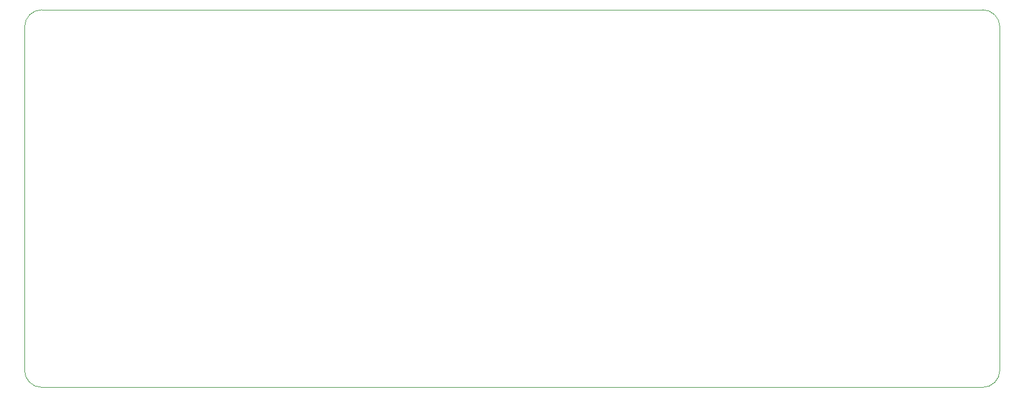
<source format=gm1>
%TF.GenerationSoftware,KiCad,Pcbnew,9.0.5*%
%TF.CreationDate,2026-01-21T19:05:34-06:00*%
%TF.ProjectId,Elysium_2026_ACB,456c7973-6975-46d5-9f32-3032365f4143,rev?*%
%TF.SameCoordinates,Original*%
%TF.FileFunction,Profile,NP*%
%FSLAX46Y46*%
G04 Gerber Fmt 4.6, Leading zero omitted, Abs format (unit mm)*
G04 Created by KiCad (PCBNEW 9.0.5) date 2026-01-21 19:05:34*
%MOMM*%
%LPD*%
G01*
G04 APERTURE LIST*
%TA.AperFunction,Profile*%
%ADD10C,0.050000*%
%TD*%
G04 APERTURE END LIST*
D10*
X202500000Y-52500000D02*
X202500000Y-102500000D01*
X63000000Y-105000000D02*
G75*
G02*
X60500000Y-102500000I0J2500000D01*
G01*
X60500000Y-52500000D02*
G75*
G02*
X63000000Y-50000000I2500000J0D01*
G01*
X200000000Y-50000000D02*
G75*
G02*
X202500000Y-52500000I0J-2500000D01*
G01*
X60500000Y-102500000D02*
X60500000Y-52500000D01*
X63000000Y-50000000D02*
X200000000Y-50000000D01*
X200000000Y-105000000D02*
X63000000Y-105000000D01*
X202500000Y-102500000D02*
G75*
G02*
X200000000Y-105000000I-2500000J0D01*
G01*
M02*

</source>
